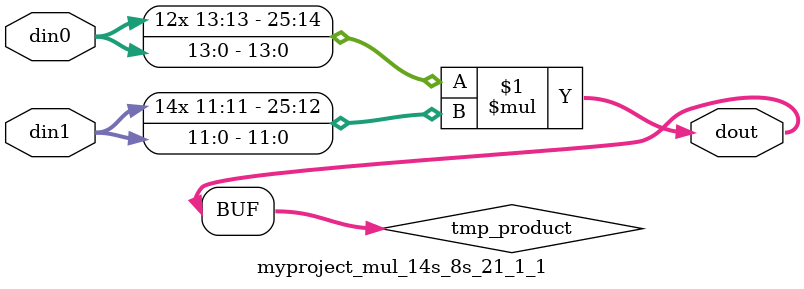
<source format=v>

`timescale 1 ns / 1 ps

 module myproject_mul_14s_8s_21_1_1(din0, din1, dout);
parameter ID = 1;
parameter NUM_STAGE = 0;
parameter din0_WIDTH = 14;
parameter din1_WIDTH = 12;
parameter dout_WIDTH = 26;

input [din0_WIDTH - 1 : 0] din0; 
input [din1_WIDTH - 1 : 0] din1; 
output [dout_WIDTH - 1 : 0] dout;

wire signed [dout_WIDTH - 1 : 0] tmp_product;



























assign tmp_product = $signed(din0) * $signed(din1);








assign dout = tmp_product;





















endmodule

</source>
